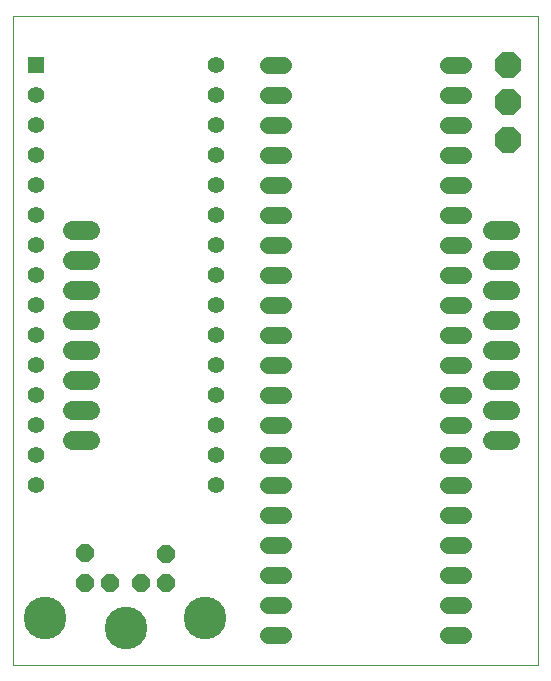
<source format=gbs>
G75*
G70*
%OFA0B0*%
%FSLAX24Y24*%
%IPPOS*%
%LPD*%
%AMOC8*
5,1,8,0,0,1.08239X$1,22.5*
%
%ADD10C,0.0000*%
%ADD11R,0.0555X0.0555*%
%ADD12C,0.0555*%
%ADD13C,0.0560*%
%ADD14C,0.1418*%
%ADD15OC8,0.0600*%
%ADD16C,0.0640*%
%ADD17OC8,0.0890*%
D10*
X002930Y001180D02*
X002930Y022800D01*
X020422Y022800D01*
X020422Y001180D01*
X002930Y001180D01*
D11*
X003680Y021180D03*
D12*
X003680Y020180D03*
X003680Y019180D03*
X003680Y018180D03*
X003680Y017180D03*
X003680Y016180D03*
X003680Y015180D03*
X003680Y014180D03*
X003680Y013180D03*
X003680Y012180D03*
X003680Y011180D03*
X003680Y010180D03*
X003680Y009180D03*
X003680Y008180D03*
X003680Y007180D03*
X009680Y007180D03*
X009680Y008180D03*
X009680Y009180D03*
X009680Y010180D03*
X009680Y011180D03*
X009680Y012180D03*
X009680Y013180D03*
X009680Y014180D03*
X009680Y015180D03*
X009680Y016180D03*
X009680Y017180D03*
X009680Y018180D03*
X009680Y019180D03*
X009680Y020180D03*
X009680Y021180D03*
D13*
X011420Y021180D02*
X011940Y021180D01*
X011940Y020180D02*
X011420Y020180D01*
X011420Y019180D02*
X011940Y019180D01*
X011940Y018180D02*
X011420Y018180D01*
X011420Y017180D02*
X011940Y017180D01*
X011940Y016180D02*
X011420Y016180D01*
X011420Y015180D02*
X011940Y015180D01*
X011940Y014180D02*
X011420Y014180D01*
X011420Y013180D02*
X011940Y013180D01*
X011940Y012180D02*
X011420Y012180D01*
X011420Y011180D02*
X011940Y011180D01*
X011940Y010180D02*
X011420Y010180D01*
X011420Y009180D02*
X011940Y009180D01*
X011940Y008180D02*
X011420Y008180D01*
X011420Y007180D02*
X011940Y007180D01*
X011940Y006180D02*
X011420Y006180D01*
X011420Y005180D02*
X011940Y005180D01*
X011940Y004180D02*
X011420Y004180D01*
X011420Y003180D02*
X011940Y003180D01*
X011940Y002180D02*
X011420Y002180D01*
X017420Y002180D02*
X017940Y002180D01*
X017940Y003180D02*
X017420Y003180D01*
X017420Y004180D02*
X017940Y004180D01*
X017940Y005180D02*
X017420Y005180D01*
X017420Y006180D02*
X017940Y006180D01*
X017940Y007180D02*
X017420Y007180D01*
X017420Y008180D02*
X017940Y008180D01*
X017940Y009180D02*
X017420Y009180D01*
X017420Y010180D02*
X017940Y010180D01*
X017940Y011180D02*
X017420Y011180D01*
X017420Y012180D02*
X017940Y012180D01*
X017940Y013180D02*
X017420Y013180D01*
X017420Y014180D02*
X017940Y014180D01*
X017940Y015180D02*
X017420Y015180D01*
X017420Y016180D02*
X017940Y016180D01*
X017940Y017180D02*
X017420Y017180D01*
X017420Y018180D02*
X017940Y018180D01*
X017940Y019180D02*
X017420Y019180D01*
X017420Y020180D02*
X017940Y020180D01*
X017940Y021180D02*
X017420Y021180D01*
D14*
X009337Y002725D03*
X006680Y002410D03*
X004003Y002725D03*
D15*
X005341Y003906D03*
X006168Y003906D03*
X005341Y004891D03*
X007192Y003906D03*
X008019Y003906D03*
X008019Y004871D03*
D16*
X005480Y008680D02*
X004880Y008680D01*
X004880Y009680D02*
X005480Y009680D01*
X005480Y010680D02*
X004880Y010680D01*
X004880Y011680D02*
X005480Y011680D01*
X005480Y012680D02*
X004880Y012680D01*
X004880Y013680D02*
X005480Y013680D01*
X005480Y014680D02*
X004880Y014680D01*
X004880Y015680D02*
X005480Y015680D01*
X018880Y015680D02*
X019480Y015680D01*
X019480Y014680D02*
X018880Y014680D01*
X018880Y013680D02*
X019480Y013680D01*
X019480Y012680D02*
X018880Y012680D01*
X018880Y011680D02*
X019480Y011680D01*
X019480Y010680D02*
X018880Y010680D01*
X018880Y009680D02*
X019480Y009680D01*
X019480Y008680D02*
X018880Y008680D01*
D17*
X019430Y018680D03*
X019430Y019930D03*
X019430Y021180D03*
M02*

</source>
